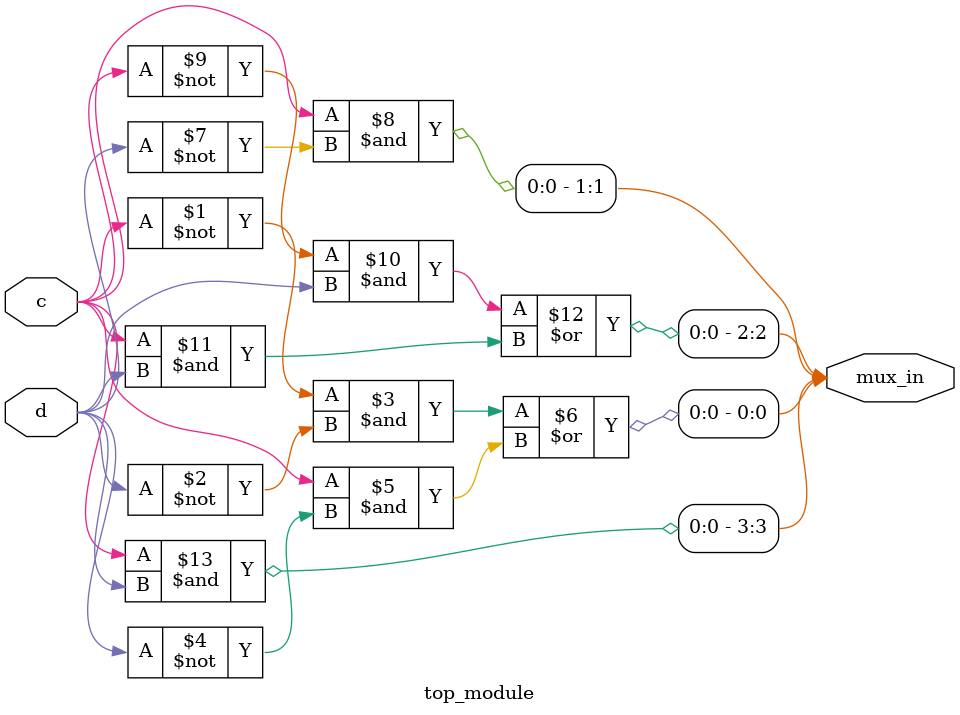
<source format=sv>
module top_module (
	input c,
	input d,
	output [3:0] mux_in
);
	// Implementing Karnaugh map using multiplexers
	
	// Input combinations and their corresponding outputs
	assign mux_in[0] = (~c & ~d) | (c & ~d);
	assign mux_in[1] = c & ~d;
	assign mux_in[2] = (~c & d) | (c & d);
	assign mux_in[3] = c & d;
	
endmodule

</source>
